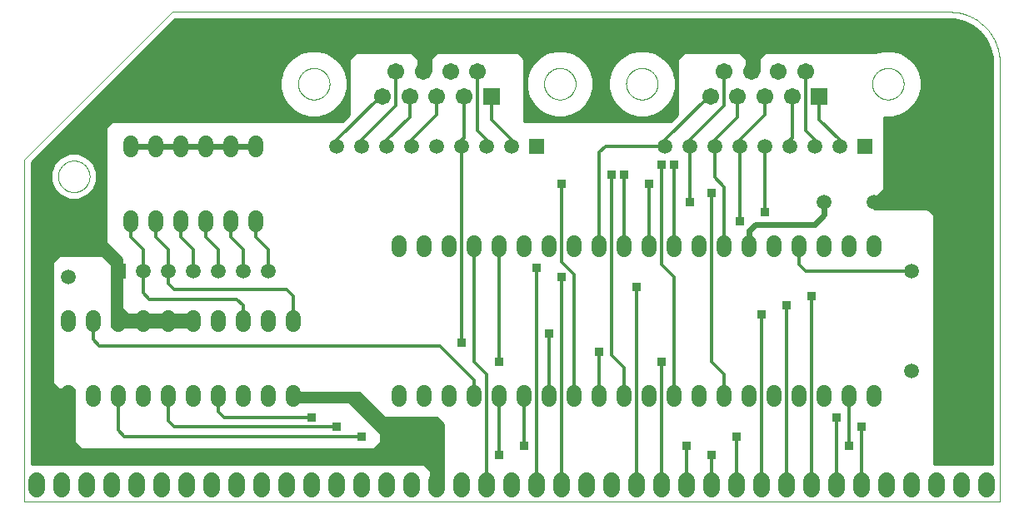
<source format=gbl>
G75*
%MOIN*%
%OFA0B0*%
%FSLAX25Y25*%
%IPPOS*%
%LPD*%
%AMOC8*
5,1,8,0,0,1.08239X$1,22.5*
%
%ADD10C,0.00000*%
%ADD11C,0.06732*%
%ADD12C,0.05984*%
%ADD13R,0.05984X0.05984*%
%ADD14C,0.05984*%
%ADD15R,0.06732X0.06732*%
%ADD16C,0.06732*%
%ADD17C,0.01000*%
%ADD18C,0.02400*%
%ADD19C,0.01400*%
%ADD20R,0.03369X0.03369*%
D10*
X0001500Y0001000D02*
X0001500Y0138201D01*
X0060598Y0197299D01*
X0371602Y0197299D01*
X0372087Y0197293D01*
X0372572Y0197276D01*
X0373056Y0197246D01*
X0373540Y0197205D01*
X0374022Y0197153D01*
X0374503Y0197088D01*
X0374982Y0197012D01*
X0375460Y0196925D01*
X0375935Y0196826D01*
X0376407Y0196716D01*
X0376877Y0196594D01*
X0377344Y0196461D01*
X0377807Y0196316D01*
X0378266Y0196161D01*
X0378722Y0195994D01*
X0379174Y0195817D01*
X0379621Y0195628D01*
X0380063Y0195429D01*
X0380501Y0195219D01*
X0380933Y0194999D01*
X0381360Y0194768D01*
X0381781Y0194527D01*
X0382196Y0194276D01*
X0382606Y0194015D01*
X0383008Y0193745D01*
X0383404Y0193464D01*
X0383793Y0193174D01*
X0384175Y0192875D01*
X0384550Y0192567D01*
X0384917Y0192249D01*
X0385276Y0191923D01*
X0385627Y0191589D01*
X0385971Y0191245D01*
X0386305Y0190894D01*
X0386631Y0190535D01*
X0386949Y0190168D01*
X0387257Y0189793D01*
X0387556Y0189411D01*
X0387846Y0189022D01*
X0388127Y0188626D01*
X0388397Y0188224D01*
X0388658Y0187814D01*
X0388909Y0187399D01*
X0389150Y0186978D01*
X0389381Y0186551D01*
X0389601Y0186119D01*
X0389811Y0185681D01*
X0390010Y0185239D01*
X0390199Y0184792D01*
X0390376Y0184340D01*
X0390543Y0183884D01*
X0390698Y0183425D01*
X0390843Y0182962D01*
X0390976Y0182495D01*
X0391098Y0182025D01*
X0391208Y0181553D01*
X0391307Y0181078D01*
X0391394Y0180600D01*
X0391470Y0180121D01*
X0391535Y0179640D01*
X0391587Y0179158D01*
X0391628Y0178674D01*
X0391658Y0178190D01*
X0391675Y0177705D01*
X0391681Y0177220D01*
X0391681Y0001000D01*
X0001500Y0001000D01*
X0015000Y0131402D02*
X0015002Y0131560D01*
X0015008Y0131718D01*
X0015018Y0131876D01*
X0015032Y0132034D01*
X0015050Y0132191D01*
X0015071Y0132348D01*
X0015097Y0132504D01*
X0015127Y0132660D01*
X0015160Y0132815D01*
X0015198Y0132968D01*
X0015239Y0133121D01*
X0015284Y0133273D01*
X0015333Y0133424D01*
X0015386Y0133573D01*
X0015442Y0133721D01*
X0015502Y0133867D01*
X0015566Y0134012D01*
X0015634Y0134155D01*
X0015705Y0134297D01*
X0015779Y0134437D01*
X0015857Y0134574D01*
X0015939Y0134710D01*
X0016023Y0134844D01*
X0016112Y0134975D01*
X0016203Y0135104D01*
X0016298Y0135231D01*
X0016395Y0135356D01*
X0016496Y0135478D01*
X0016600Y0135597D01*
X0016707Y0135714D01*
X0016817Y0135828D01*
X0016930Y0135939D01*
X0017045Y0136048D01*
X0017163Y0136153D01*
X0017284Y0136255D01*
X0017407Y0136355D01*
X0017533Y0136451D01*
X0017661Y0136544D01*
X0017791Y0136634D01*
X0017924Y0136720D01*
X0018059Y0136804D01*
X0018195Y0136883D01*
X0018334Y0136960D01*
X0018475Y0137032D01*
X0018617Y0137102D01*
X0018761Y0137167D01*
X0018907Y0137229D01*
X0019054Y0137287D01*
X0019203Y0137342D01*
X0019353Y0137393D01*
X0019504Y0137440D01*
X0019656Y0137483D01*
X0019809Y0137522D01*
X0019964Y0137558D01*
X0020119Y0137589D01*
X0020275Y0137617D01*
X0020431Y0137641D01*
X0020588Y0137661D01*
X0020746Y0137677D01*
X0020903Y0137689D01*
X0021062Y0137697D01*
X0021220Y0137701D01*
X0021378Y0137701D01*
X0021536Y0137697D01*
X0021695Y0137689D01*
X0021852Y0137677D01*
X0022010Y0137661D01*
X0022167Y0137641D01*
X0022323Y0137617D01*
X0022479Y0137589D01*
X0022634Y0137558D01*
X0022789Y0137522D01*
X0022942Y0137483D01*
X0023094Y0137440D01*
X0023245Y0137393D01*
X0023395Y0137342D01*
X0023544Y0137287D01*
X0023691Y0137229D01*
X0023837Y0137167D01*
X0023981Y0137102D01*
X0024123Y0137032D01*
X0024264Y0136960D01*
X0024403Y0136883D01*
X0024539Y0136804D01*
X0024674Y0136720D01*
X0024807Y0136634D01*
X0024937Y0136544D01*
X0025065Y0136451D01*
X0025191Y0136355D01*
X0025314Y0136255D01*
X0025435Y0136153D01*
X0025553Y0136048D01*
X0025668Y0135939D01*
X0025781Y0135828D01*
X0025891Y0135714D01*
X0025998Y0135597D01*
X0026102Y0135478D01*
X0026203Y0135356D01*
X0026300Y0135231D01*
X0026395Y0135104D01*
X0026486Y0134975D01*
X0026575Y0134844D01*
X0026659Y0134710D01*
X0026741Y0134574D01*
X0026819Y0134437D01*
X0026893Y0134297D01*
X0026964Y0134155D01*
X0027032Y0134012D01*
X0027096Y0133867D01*
X0027156Y0133721D01*
X0027212Y0133573D01*
X0027265Y0133424D01*
X0027314Y0133273D01*
X0027359Y0133121D01*
X0027400Y0132968D01*
X0027438Y0132815D01*
X0027471Y0132660D01*
X0027501Y0132504D01*
X0027527Y0132348D01*
X0027548Y0132191D01*
X0027566Y0132034D01*
X0027580Y0131876D01*
X0027590Y0131718D01*
X0027596Y0131560D01*
X0027598Y0131402D01*
X0027596Y0131244D01*
X0027590Y0131086D01*
X0027580Y0130928D01*
X0027566Y0130770D01*
X0027548Y0130613D01*
X0027527Y0130456D01*
X0027501Y0130300D01*
X0027471Y0130144D01*
X0027438Y0129989D01*
X0027400Y0129836D01*
X0027359Y0129683D01*
X0027314Y0129531D01*
X0027265Y0129380D01*
X0027212Y0129231D01*
X0027156Y0129083D01*
X0027096Y0128937D01*
X0027032Y0128792D01*
X0026964Y0128649D01*
X0026893Y0128507D01*
X0026819Y0128367D01*
X0026741Y0128230D01*
X0026659Y0128094D01*
X0026575Y0127960D01*
X0026486Y0127829D01*
X0026395Y0127700D01*
X0026300Y0127573D01*
X0026203Y0127448D01*
X0026102Y0127326D01*
X0025998Y0127207D01*
X0025891Y0127090D01*
X0025781Y0126976D01*
X0025668Y0126865D01*
X0025553Y0126756D01*
X0025435Y0126651D01*
X0025314Y0126549D01*
X0025191Y0126449D01*
X0025065Y0126353D01*
X0024937Y0126260D01*
X0024807Y0126170D01*
X0024674Y0126084D01*
X0024539Y0126000D01*
X0024403Y0125921D01*
X0024264Y0125844D01*
X0024123Y0125772D01*
X0023981Y0125702D01*
X0023837Y0125637D01*
X0023691Y0125575D01*
X0023544Y0125517D01*
X0023395Y0125462D01*
X0023245Y0125411D01*
X0023094Y0125364D01*
X0022942Y0125321D01*
X0022789Y0125282D01*
X0022634Y0125246D01*
X0022479Y0125215D01*
X0022323Y0125187D01*
X0022167Y0125163D01*
X0022010Y0125143D01*
X0021852Y0125127D01*
X0021695Y0125115D01*
X0021536Y0125107D01*
X0021378Y0125103D01*
X0021220Y0125103D01*
X0021062Y0125107D01*
X0020903Y0125115D01*
X0020746Y0125127D01*
X0020588Y0125143D01*
X0020431Y0125163D01*
X0020275Y0125187D01*
X0020119Y0125215D01*
X0019964Y0125246D01*
X0019809Y0125282D01*
X0019656Y0125321D01*
X0019504Y0125364D01*
X0019353Y0125411D01*
X0019203Y0125462D01*
X0019054Y0125517D01*
X0018907Y0125575D01*
X0018761Y0125637D01*
X0018617Y0125702D01*
X0018475Y0125772D01*
X0018334Y0125844D01*
X0018195Y0125921D01*
X0018059Y0126000D01*
X0017924Y0126084D01*
X0017791Y0126170D01*
X0017661Y0126260D01*
X0017533Y0126353D01*
X0017407Y0126449D01*
X0017284Y0126549D01*
X0017163Y0126651D01*
X0017045Y0126756D01*
X0016930Y0126865D01*
X0016817Y0126976D01*
X0016707Y0127090D01*
X0016600Y0127207D01*
X0016496Y0127326D01*
X0016395Y0127448D01*
X0016298Y0127573D01*
X0016203Y0127700D01*
X0016112Y0127829D01*
X0016023Y0127960D01*
X0015939Y0128094D01*
X0015857Y0128230D01*
X0015779Y0128367D01*
X0015705Y0128507D01*
X0015634Y0128649D01*
X0015566Y0128792D01*
X0015502Y0128937D01*
X0015442Y0129083D01*
X0015386Y0129231D01*
X0015333Y0129380D01*
X0015284Y0129531D01*
X0015239Y0129683D01*
X0015198Y0129836D01*
X0015160Y0129989D01*
X0015127Y0130144D01*
X0015097Y0130300D01*
X0015071Y0130456D01*
X0015050Y0130613D01*
X0015032Y0130770D01*
X0015018Y0130928D01*
X0015008Y0131086D01*
X0015002Y0131244D01*
X0015000Y0131402D01*
X0110988Y0168500D02*
X0110990Y0168658D01*
X0110996Y0168816D01*
X0111006Y0168974D01*
X0111020Y0169132D01*
X0111038Y0169289D01*
X0111059Y0169446D01*
X0111085Y0169602D01*
X0111115Y0169758D01*
X0111148Y0169913D01*
X0111186Y0170066D01*
X0111227Y0170219D01*
X0111272Y0170371D01*
X0111321Y0170522D01*
X0111374Y0170671D01*
X0111430Y0170819D01*
X0111490Y0170965D01*
X0111554Y0171110D01*
X0111622Y0171253D01*
X0111693Y0171395D01*
X0111767Y0171535D01*
X0111845Y0171672D01*
X0111927Y0171808D01*
X0112011Y0171942D01*
X0112100Y0172073D01*
X0112191Y0172202D01*
X0112286Y0172329D01*
X0112383Y0172454D01*
X0112484Y0172576D01*
X0112588Y0172695D01*
X0112695Y0172812D01*
X0112805Y0172926D01*
X0112918Y0173037D01*
X0113033Y0173146D01*
X0113151Y0173251D01*
X0113272Y0173353D01*
X0113395Y0173453D01*
X0113521Y0173549D01*
X0113649Y0173642D01*
X0113779Y0173732D01*
X0113912Y0173818D01*
X0114047Y0173902D01*
X0114183Y0173981D01*
X0114322Y0174058D01*
X0114463Y0174130D01*
X0114605Y0174200D01*
X0114749Y0174265D01*
X0114895Y0174327D01*
X0115042Y0174385D01*
X0115191Y0174440D01*
X0115341Y0174491D01*
X0115492Y0174538D01*
X0115644Y0174581D01*
X0115797Y0174620D01*
X0115952Y0174656D01*
X0116107Y0174687D01*
X0116263Y0174715D01*
X0116419Y0174739D01*
X0116576Y0174759D01*
X0116734Y0174775D01*
X0116891Y0174787D01*
X0117050Y0174795D01*
X0117208Y0174799D01*
X0117366Y0174799D01*
X0117524Y0174795D01*
X0117683Y0174787D01*
X0117840Y0174775D01*
X0117998Y0174759D01*
X0118155Y0174739D01*
X0118311Y0174715D01*
X0118467Y0174687D01*
X0118622Y0174656D01*
X0118777Y0174620D01*
X0118930Y0174581D01*
X0119082Y0174538D01*
X0119233Y0174491D01*
X0119383Y0174440D01*
X0119532Y0174385D01*
X0119679Y0174327D01*
X0119825Y0174265D01*
X0119969Y0174200D01*
X0120111Y0174130D01*
X0120252Y0174058D01*
X0120391Y0173981D01*
X0120527Y0173902D01*
X0120662Y0173818D01*
X0120795Y0173732D01*
X0120925Y0173642D01*
X0121053Y0173549D01*
X0121179Y0173453D01*
X0121302Y0173353D01*
X0121423Y0173251D01*
X0121541Y0173146D01*
X0121656Y0173037D01*
X0121769Y0172926D01*
X0121879Y0172812D01*
X0121986Y0172695D01*
X0122090Y0172576D01*
X0122191Y0172454D01*
X0122288Y0172329D01*
X0122383Y0172202D01*
X0122474Y0172073D01*
X0122563Y0171942D01*
X0122647Y0171808D01*
X0122729Y0171672D01*
X0122807Y0171535D01*
X0122881Y0171395D01*
X0122952Y0171253D01*
X0123020Y0171110D01*
X0123084Y0170965D01*
X0123144Y0170819D01*
X0123200Y0170671D01*
X0123253Y0170522D01*
X0123302Y0170371D01*
X0123347Y0170219D01*
X0123388Y0170066D01*
X0123426Y0169913D01*
X0123459Y0169758D01*
X0123489Y0169602D01*
X0123515Y0169446D01*
X0123536Y0169289D01*
X0123554Y0169132D01*
X0123568Y0168974D01*
X0123578Y0168816D01*
X0123584Y0168658D01*
X0123586Y0168500D01*
X0123584Y0168342D01*
X0123578Y0168184D01*
X0123568Y0168026D01*
X0123554Y0167868D01*
X0123536Y0167711D01*
X0123515Y0167554D01*
X0123489Y0167398D01*
X0123459Y0167242D01*
X0123426Y0167087D01*
X0123388Y0166934D01*
X0123347Y0166781D01*
X0123302Y0166629D01*
X0123253Y0166478D01*
X0123200Y0166329D01*
X0123144Y0166181D01*
X0123084Y0166035D01*
X0123020Y0165890D01*
X0122952Y0165747D01*
X0122881Y0165605D01*
X0122807Y0165465D01*
X0122729Y0165328D01*
X0122647Y0165192D01*
X0122563Y0165058D01*
X0122474Y0164927D01*
X0122383Y0164798D01*
X0122288Y0164671D01*
X0122191Y0164546D01*
X0122090Y0164424D01*
X0121986Y0164305D01*
X0121879Y0164188D01*
X0121769Y0164074D01*
X0121656Y0163963D01*
X0121541Y0163854D01*
X0121423Y0163749D01*
X0121302Y0163647D01*
X0121179Y0163547D01*
X0121053Y0163451D01*
X0120925Y0163358D01*
X0120795Y0163268D01*
X0120662Y0163182D01*
X0120527Y0163098D01*
X0120391Y0163019D01*
X0120252Y0162942D01*
X0120111Y0162870D01*
X0119969Y0162800D01*
X0119825Y0162735D01*
X0119679Y0162673D01*
X0119532Y0162615D01*
X0119383Y0162560D01*
X0119233Y0162509D01*
X0119082Y0162462D01*
X0118930Y0162419D01*
X0118777Y0162380D01*
X0118622Y0162344D01*
X0118467Y0162313D01*
X0118311Y0162285D01*
X0118155Y0162261D01*
X0117998Y0162241D01*
X0117840Y0162225D01*
X0117683Y0162213D01*
X0117524Y0162205D01*
X0117366Y0162201D01*
X0117208Y0162201D01*
X0117050Y0162205D01*
X0116891Y0162213D01*
X0116734Y0162225D01*
X0116576Y0162241D01*
X0116419Y0162261D01*
X0116263Y0162285D01*
X0116107Y0162313D01*
X0115952Y0162344D01*
X0115797Y0162380D01*
X0115644Y0162419D01*
X0115492Y0162462D01*
X0115341Y0162509D01*
X0115191Y0162560D01*
X0115042Y0162615D01*
X0114895Y0162673D01*
X0114749Y0162735D01*
X0114605Y0162800D01*
X0114463Y0162870D01*
X0114322Y0162942D01*
X0114183Y0163019D01*
X0114047Y0163098D01*
X0113912Y0163182D01*
X0113779Y0163268D01*
X0113649Y0163358D01*
X0113521Y0163451D01*
X0113395Y0163547D01*
X0113272Y0163647D01*
X0113151Y0163749D01*
X0113033Y0163854D01*
X0112918Y0163963D01*
X0112805Y0164074D01*
X0112695Y0164188D01*
X0112588Y0164305D01*
X0112484Y0164424D01*
X0112383Y0164546D01*
X0112286Y0164671D01*
X0112191Y0164798D01*
X0112100Y0164927D01*
X0112011Y0165058D01*
X0111927Y0165192D01*
X0111845Y0165328D01*
X0111767Y0165465D01*
X0111693Y0165605D01*
X0111622Y0165747D01*
X0111554Y0165890D01*
X0111490Y0166035D01*
X0111430Y0166181D01*
X0111374Y0166329D01*
X0111321Y0166478D01*
X0111272Y0166629D01*
X0111227Y0166781D01*
X0111186Y0166934D01*
X0111148Y0167087D01*
X0111115Y0167242D01*
X0111085Y0167398D01*
X0111059Y0167554D01*
X0111038Y0167711D01*
X0111020Y0167868D01*
X0111006Y0168026D01*
X0110996Y0168184D01*
X0110990Y0168342D01*
X0110988Y0168500D01*
X0209414Y0168500D02*
X0209416Y0168658D01*
X0209422Y0168816D01*
X0209432Y0168974D01*
X0209446Y0169132D01*
X0209464Y0169289D01*
X0209485Y0169446D01*
X0209511Y0169602D01*
X0209541Y0169758D01*
X0209574Y0169913D01*
X0209612Y0170066D01*
X0209653Y0170219D01*
X0209698Y0170371D01*
X0209747Y0170522D01*
X0209800Y0170671D01*
X0209856Y0170819D01*
X0209916Y0170965D01*
X0209980Y0171110D01*
X0210048Y0171253D01*
X0210119Y0171395D01*
X0210193Y0171535D01*
X0210271Y0171672D01*
X0210353Y0171808D01*
X0210437Y0171942D01*
X0210526Y0172073D01*
X0210617Y0172202D01*
X0210712Y0172329D01*
X0210809Y0172454D01*
X0210910Y0172576D01*
X0211014Y0172695D01*
X0211121Y0172812D01*
X0211231Y0172926D01*
X0211344Y0173037D01*
X0211459Y0173146D01*
X0211577Y0173251D01*
X0211698Y0173353D01*
X0211821Y0173453D01*
X0211947Y0173549D01*
X0212075Y0173642D01*
X0212205Y0173732D01*
X0212338Y0173818D01*
X0212473Y0173902D01*
X0212609Y0173981D01*
X0212748Y0174058D01*
X0212889Y0174130D01*
X0213031Y0174200D01*
X0213175Y0174265D01*
X0213321Y0174327D01*
X0213468Y0174385D01*
X0213617Y0174440D01*
X0213767Y0174491D01*
X0213918Y0174538D01*
X0214070Y0174581D01*
X0214223Y0174620D01*
X0214378Y0174656D01*
X0214533Y0174687D01*
X0214689Y0174715D01*
X0214845Y0174739D01*
X0215002Y0174759D01*
X0215160Y0174775D01*
X0215317Y0174787D01*
X0215476Y0174795D01*
X0215634Y0174799D01*
X0215792Y0174799D01*
X0215950Y0174795D01*
X0216109Y0174787D01*
X0216266Y0174775D01*
X0216424Y0174759D01*
X0216581Y0174739D01*
X0216737Y0174715D01*
X0216893Y0174687D01*
X0217048Y0174656D01*
X0217203Y0174620D01*
X0217356Y0174581D01*
X0217508Y0174538D01*
X0217659Y0174491D01*
X0217809Y0174440D01*
X0217958Y0174385D01*
X0218105Y0174327D01*
X0218251Y0174265D01*
X0218395Y0174200D01*
X0218537Y0174130D01*
X0218678Y0174058D01*
X0218817Y0173981D01*
X0218953Y0173902D01*
X0219088Y0173818D01*
X0219221Y0173732D01*
X0219351Y0173642D01*
X0219479Y0173549D01*
X0219605Y0173453D01*
X0219728Y0173353D01*
X0219849Y0173251D01*
X0219967Y0173146D01*
X0220082Y0173037D01*
X0220195Y0172926D01*
X0220305Y0172812D01*
X0220412Y0172695D01*
X0220516Y0172576D01*
X0220617Y0172454D01*
X0220714Y0172329D01*
X0220809Y0172202D01*
X0220900Y0172073D01*
X0220989Y0171942D01*
X0221073Y0171808D01*
X0221155Y0171672D01*
X0221233Y0171535D01*
X0221307Y0171395D01*
X0221378Y0171253D01*
X0221446Y0171110D01*
X0221510Y0170965D01*
X0221570Y0170819D01*
X0221626Y0170671D01*
X0221679Y0170522D01*
X0221728Y0170371D01*
X0221773Y0170219D01*
X0221814Y0170066D01*
X0221852Y0169913D01*
X0221885Y0169758D01*
X0221915Y0169602D01*
X0221941Y0169446D01*
X0221962Y0169289D01*
X0221980Y0169132D01*
X0221994Y0168974D01*
X0222004Y0168816D01*
X0222010Y0168658D01*
X0222012Y0168500D01*
X0222010Y0168342D01*
X0222004Y0168184D01*
X0221994Y0168026D01*
X0221980Y0167868D01*
X0221962Y0167711D01*
X0221941Y0167554D01*
X0221915Y0167398D01*
X0221885Y0167242D01*
X0221852Y0167087D01*
X0221814Y0166934D01*
X0221773Y0166781D01*
X0221728Y0166629D01*
X0221679Y0166478D01*
X0221626Y0166329D01*
X0221570Y0166181D01*
X0221510Y0166035D01*
X0221446Y0165890D01*
X0221378Y0165747D01*
X0221307Y0165605D01*
X0221233Y0165465D01*
X0221155Y0165328D01*
X0221073Y0165192D01*
X0220989Y0165058D01*
X0220900Y0164927D01*
X0220809Y0164798D01*
X0220714Y0164671D01*
X0220617Y0164546D01*
X0220516Y0164424D01*
X0220412Y0164305D01*
X0220305Y0164188D01*
X0220195Y0164074D01*
X0220082Y0163963D01*
X0219967Y0163854D01*
X0219849Y0163749D01*
X0219728Y0163647D01*
X0219605Y0163547D01*
X0219479Y0163451D01*
X0219351Y0163358D01*
X0219221Y0163268D01*
X0219088Y0163182D01*
X0218953Y0163098D01*
X0218817Y0163019D01*
X0218678Y0162942D01*
X0218537Y0162870D01*
X0218395Y0162800D01*
X0218251Y0162735D01*
X0218105Y0162673D01*
X0217958Y0162615D01*
X0217809Y0162560D01*
X0217659Y0162509D01*
X0217508Y0162462D01*
X0217356Y0162419D01*
X0217203Y0162380D01*
X0217048Y0162344D01*
X0216893Y0162313D01*
X0216737Y0162285D01*
X0216581Y0162261D01*
X0216424Y0162241D01*
X0216266Y0162225D01*
X0216109Y0162213D01*
X0215950Y0162205D01*
X0215792Y0162201D01*
X0215634Y0162201D01*
X0215476Y0162205D01*
X0215317Y0162213D01*
X0215160Y0162225D01*
X0215002Y0162241D01*
X0214845Y0162261D01*
X0214689Y0162285D01*
X0214533Y0162313D01*
X0214378Y0162344D01*
X0214223Y0162380D01*
X0214070Y0162419D01*
X0213918Y0162462D01*
X0213767Y0162509D01*
X0213617Y0162560D01*
X0213468Y0162615D01*
X0213321Y0162673D01*
X0213175Y0162735D01*
X0213031Y0162800D01*
X0212889Y0162870D01*
X0212748Y0162942D01*
X0212609Y0163019D01*
X0212473Y0163098D01*
X0212338Y0163182D01*
X0212205Y0163268D01*
X0212075Y0163358D01*
X0211947Y0163451D01*
X0211821Y0163547D01*
X0211698Y0163647D01*
X0211577Y0163749D01*
X0211459Y0163854D01*
X0211344Y0163963D01*
X0211231Y0164074D01*
X0211121Y0164188D01*
X0211014Y0164305D01*
X0210910Y0164424D01*
X0210809Y0164546D01*
X0210712Y0164671D01*
X0210617Y0164798D01*
X0210526Y0164927D01*
X0210437Y0165058D01*
X0210353Y0165192D01*
X0210271Y0165328D01*
X0210193Y0165465D01*
X0210119Y0165605D01*
X0210048Y0165747D01*
X0209980Y0165890D01*
X0209916Y0166035D01*
X0209856Y0166181D01*
X0209800Y0166329D01*
X0209747Y0166478D01*
X0209698Y0166629D01*
X0209653Y0166781D01*
X0209612Y0166934D01*
X0209574Y0167087D01*
X0209541Y0167242D01*
X0209511Y0167398D01*
X0209485Y0167554D01*
X0209464Y0167711D01*
X0209446Y0167868D01*
X0209432Y0168026D01*
X0209422Y0168184D01*
X0209416Y0168342D01*
X0209414Y0168500D01*
X0242238Y0168500D02*
X0242240Y0168658D01*
X0242246Y0168816D01*
X0242256Y0168974D01*
X0242270Y0169132D01*
X0242288Y0169289D01*
X0242309Y0169446D01*
X0242335Y0169602D01*
X0242365Y0169758D01*
X0242398Y0169913D01*
X0242436Y0170066D01*
X0242477Y0170219D01*
X0242522Y0170371D01*
X0242571Y0170522D01*
X0242624Y0170671D01*
X0242680Y0170819D01*
X0242740Y0170965D01*
X0242804Y0171110D01*
X0242872Y0171253D01*
X0242943Y0171395D01*
X0243017Y0171535D01*
X0243095Y0171672D01*
X0243177Y0171808D01*
X0243261Y0171942D01*
X0243350Y0172073D01*
X0243441Y0172202D01*
X0243536Y0172329D01*
X0243633Y0172454D01*
X0243734Y0172576D01*
X0243838Y0172695D01*
X0243945Y0172812D01*
X0244055Y0172926D01*
X0244168Y0173037D01*
X0244283Y0173146D01*
X0244401Y0173251D01*
X0244522Y0173353D01*
X0244645Y0173453D01*
X0244771Y0173549D01*
X0244899Y0173642D01*
X0245029Y0173732D01*
X0245162Y0173818D01*
X0245297Y0173902D01*
X0245433Y0173981D01*
X0245572Y0174058D01*
X0245713Y0174130D01*
X0245855Y0174200D01*
X0245999Y0174265D01*
X0246145Y0174327D01*
X0246292Y0174385D01*
X0246441Y0174440D01*
X0246591Y0174491D01*
X0246742Y0174538D01*
X0246894Y0174581D01*
X0247047Y0174620D01*
X0247202Y0174656D01*
X0247357Y0174687D01*
X0247513Y0174715D01*
X0247669Y0174739D01*
X0247826Y0174759D01*
X0247984Y0174775D01*
X0248141Y0174787D01*
X0248300Y0174795D01*
X0248458Y0174799D01*
X0248616Y0174799D01*
X0248774Y0174795D01*
X0248933Y0174787D01*
X0249090Y0174775D01*
X0249248Y0174759D01*
X0249405Y0174739D01*
X0249561Y0174715D01*
X0249717Y0174687D01*
X0249872Y0174656D01*
X0250027Y0174620D01*
X0250180Y0174581D01*
X0250332Y0174538D01*
X0250483Y0174491D01*
X0250633Y0174440D01*
X0250782Y0174385D01*
X0250929Y0174327D01*
X0251075Y0174265D01*
X0251219Y0174200D01*
X0251361Y0174130D01*
X0251502Y0174058D01*
X0251641Y0173981D01*
X0251777Y0173902D01*
X0251912Y0173818D01*
X0252045Y0173732D01*
X0252175Y0173642D01*
X0252303Y0173549D01*
X0252429Y0173453D01*
X0252552Y0173353D01*
X0252673Y0173251D01*
X0252791Y0173146D01*
X0252906Y0173037D01*
X0253019Y0172926D01*
X0253129Y0172812D01*
X0253236Y0172695D01*
X0253340Y0172576D01*
X0253441Y0172454D01*
X0253538Y0172329D01*
X0253633Y0172202D01*
X0253724Y0172073D01*
X0253813Y0171942D01*
X0253897Y0171808D01*
X0253979Y0171672D01*
X0254057Y0171535D01*
X0254131Y0171395D01*
X0254202Y0171253D01*
X0254270Y0171110D01*
X0254334Y0170965D01*
X0254394Y0170819D01*
X0254450Y0170671D01*
X0254503Y0170522D01*
X0254552Y0170371D01*
X0254597Y0170219D01*
X0254638Y0170066D01*
X0254676Y0169913D01*
X0254709Y0169758D01*
X0254739Y0169602D01*
X0254765Y0169446D01*
X0254786Y0169289D01*
X0254804Y0169132D01*
X0254818Y0168974D01*
X0254828Y0168816D01*
X0254834Y0168658D01*
X0254836Y0168500D01*
X0254834Y0168342D01*
X0254828Y0168184D01*
X0254818Y0168026D01*
X0254804Y0167868D01*
X0254786Y0167711D01*
X0254765Y0167554D01*
X0254739Y0167398D01*
X0254709Y0167242D01*
X0254676Y0167087D01*
X0254638Y0166934D01*
X0254597Y0166781D01*
X0254552Y0166629D01*
X0254503Y0166478D01*
X0254450Y0166329D01*
X0254394Y0166181D01*
X0254334Y0166035D01*
X0254270Y0165890D01*
X0254202Y0165747D01*
X0254131Y0165605D01*
X0254057Y0165465D01*
X0253979Y0165328D01*
X0253897Y0165192D01*
X0253813Y0165058D01*
X0253724Y0164927D01*
X0253633Y0164798D01*
X0253538Y0164671D01*
X0253441Y0164546D01*
X0253340Y0164424D01*
X0253236Y0164305D01*
X0253129Y0164188D01*
X0253019Y0164074D01*
X0252906Y0163963D01*
X0252791Y0163854D01*
X0252673Y0163749D01*
X0252552Y0163647D01*
X0252429Y0163547D01*
X0252303Y0163451D01*
X0252175Y0163358D01*
X0252045Y0163268D01*
X0251912Y0163182D01*
X0251777Y0163098D01*
X0251641Y0163019D01*
X0251502Y0162942D01*
X0251361Y0162870D01*
X0251219Y0162800D01*
X0251075Y0162735D01*
X0250929Y0162673D01*
X0250782Y0162615D01*
X0250633Y0162560D01*
X0250483Y0162509D01*
X0250332Y0162462D01*
X0250180Y0162419D01*
X0250027Y0162380D01*
X0249872Y0162344D01*
X0249717Y0162313D01*
X0249561Y0162285D01*
X0249405Y0162261D01*
X0249248Y0162241D01*
X0249090Y0162225D01*
X0248933Y0162213D01*
X0248774Y0162205D01*
X0248616Y0162201D01*
X0248458Y0162201D01*
X0248300Y0162205D01*
X0248141Y0162213D01*
X0247984Y0162225D01*
X0247826Y0162241D01*
X0247669Y0162261D01*
X0247513Y0162285D01*
X0247357Y0162313D01*
X0247202Y0162344D01*
X0247047Y0162380D01*
X0246894Y0162419D01*
X0246742Y0162462D01*
X0246591Y0162509D01*
X0246441Y0162560D01*
X0246292Y0162615D01*
X0246145Y0162673D01*
X0245999Y0162735D01*
X0245855Y0162800D01*
X0245713Y0162870D01*
X0245572Y0162942D01*
X0245433Y0163019D01*
X0245297Y0163098D01*
X0245162Y0163182D01*
X0245029Y0163268D01*
X0244899Y0163358D01*
X0244771Y0163451D01*
X0244645Y0163547D01*
X0244522Y0163647D01*
X0244401Y0163749D01*
X0244283Y0163854D01*
X0244168Y0163963D01*
X0244055Y0164074D01*
X0243945Y0164188D01*
X0243838Y0164305D01*
X0243734Y0164424D01*
X0243633Y0164546D01*
X0243536Y0164671D01*
X0243441Y0164798D01*
X0243350Y0164927D01*
X0243261Y0165058D01*
X0243177Y0165192D01*
X0243095Y0165328D01*
X0243017Y0165465D01*
X0242943Y0165605D01*
X0242872Y0165747D01*
X0242804Y0165890D01*
X0242740Y0166035D01*
X0242680Y0166181D01*
X0242624Y0166329D01*
X0242571Y0166478D01*
X0242522Y0166629D01*
X0242477Y0166781D01*
X0242436Y0166934D01*
X0242398Y0167087D01*
X0242365Y0167242D01*
X0242335Y0167398D01*
X0242309Y0167554D01*
X0242288Y0167711D01*
X0242270Y0167868D01*
X0242256Y0168026D01*
X0242246Y0168184D01*
X0242240Y0168342D01*
X0242238Y0168500D01*
X0340664Y0168500D02*
X0340666Y0168658D01*
X0340672Y0168816D01*
X0340682Y0168974D01*
X0340696Y0169132D01*
X0340714Y0169289D01*
X0340735Y0169446D01*
X0340761Y0169602D01*
X0340791Y0169758D01*
X0340824Y0169913D01*
X0340862Y0170066D01*
X0340903Y0170219D01*
X0340948Y0170371D01*
X0340997Y0170522D01*
X0341050Y0170671D01*
X0341106Y0170819D01*
X0341166Y0170965D01*
X0341230Y0171110D01*
X0341298Y0171253D01*
X0341369Y0171395D01*
X0341443Y0171535D01*
X0341521Y0171672D01*
X0341603Y0171808D01*
X0341687Y0171942D01*
X0341776Y0172073D01*
X0341867Y0172202D01*
X0341962Y0172329D01*
X0342059Y0172454D01*
X0342160Y0172576D01*
X0342264Y0172695D01*
X0342371Y0172812D01*
X0342481Y0172926D01*
X0342594Y0173037D01*
X0342709Y0173146D01*
X0342827Y0173251D01*
X0342948Y0173353D01*
X0343071Y0173453D01*
X0343197Y0173549D01*
X0343325Y0173642D01*
X0343455Y0173732D01*
X0343588Y0173818D01*
X0343723Y0173902D01*
X0343859Y0173981D01*
X0343998Y0174058D01*
X0344139Y0174130D01*
X0344281Y0174200D01*
X0344425Y0174265D01*
X0344571Y0174327D01*
X0344718Y0174385D01*
X0344867Y0174440D01*
X0345017Y0174491D01*
X0345168Y0174538D01*
X0345320Y0174581D01*
X0345473Y0174620D01*
X0345628Y0174656D01*
X0345783Y0174687D01*
X0345939Y0174715D01*
X0346095Y0174739D01*
X0346252Y0174759D01*
X0346410Y0174775D01*
X0346567Y0174787D01*
X0346726Y0174795D01*
X0346884Y0174799D01*
X0347042Y0174799D01*
X0347200Y0174795D01*
X0347359Y0174787D01*
X0347516Y0174775D01*
X0347674Y0174759D01*
X0347831Y0174739D01*
X0347987Y0174715D01*
X0348143Y0174687D01*
X0348298Y0174656D01*
X0348453Y0174620D01*
X0348606Y0174581D01*
X0348758Y0174538D01*
X0348909Y0174491D01*
X0349059Y0174440D01*
X0349208Y0174385D01*
X0349355Y0174327D01*
X0349501Y0174265D01*
X0349645Y0174200D01*
X0349787Y0174130D01*
X0349928Y0174058D01*
X0350067Y0173981D01*
X0350203Y0173902D01*
X0350338Y0173818D01*
X0350471Y0173732D01*
X0350601Y0173642D01*
X0350729Y0173549D01*
X0350855Y0173453D01*
X0350978Y0173353D01*
X0351099Y0173251D01*
X0351217Y0173146D01*
X0351332Y0173037D01*
X0351445Y0172926D01*
X0351555Y0172812D01*
X0351662Y0172695D01*
X0351766Y0172576D01*
X0351867Y0172454D01*
X0351964Y0172329D01*
X0352059Y0172202D01*
X0352150Y0172073D01*
X0352239Y0171942D01*
X0352323Y0171808D01*
X0352405Y0171672D01*
X0352483Y0171535D01*
X0352557Y0171395D01*
X0352628Y0171253D01*
X0352696Y0171110D01*
X0352760Y0170965D01*
X0352820Y0170819D01*
X0352876Y0170671D01*
X0352929Y0170522D01*
X0352978Y0170371D01*
X0353023Y0170219D01*
X0353064Y0170066D01*
X0353102Y0169913D01*
X0353135Y0169758D01*
X0353165Y0169602D01*
X0353191Y0169446D01*
X0353212Y0169289D01*
X0353230Y0169132D01*
X0353244Y0168974D01*
X0353254Y0168816D01*
X0353260Y0168658D01*
X0353262Y0168500D01*
X0353260Y0168342D01*
X0353254Y0168184D01*
X0353244Y0168026D01*
X0353230Y0167868D01*
X0353212Y0167711D01*
X0353191Y0167554D01*
X0353165Y0167398D01*
X0353135Y0167242D01*
X0353102Y0167087D01*
X0353064Y0166934D01*
X0353023Y0166781D01*
X0352978Y0166629D01*
X0352929Y0166478D01*
X0352876Y0166329D01*
X0352820Y0166181D01*
X0352760Y0166035D01*
X0352696Y0165890D01*
X0352628Y0165747D01*
X0352557Y0165605D01*
X0352483Y0165465D01*
X0352405Y0165328D01*
X0352323Y0165192D01*
X0352239Y0165058D01*
X0352150Y0164927D01*
X0352059Y0164798D01*
X0351964Y0164671D01*
X0351867Y0164546D01*
X0351766Y0164424D01*
X0351662Y0164305D01*
X0351555Y0164188D01*
X0351445Y0164074D01*
X0351332Y0163963D01*
X0351217Y0163854D01*
X0351099Y0163749D01*
X0350978Y0163647D01*
X0350855Y0163547D01*
X0350729Y0163451D01*
X0350601Y0163358D01*
X0350471Y0163268D01*
X0350338Y0163182D01*
X0350203Y0163098D01*
X0350067Y0163019D01*
X0349928Y0162942D01*
X0349787Y0162870D01*
X0349645Y0162800D01*
X0349501Y0162735D01*
X0349355Y0162673D01*
X0349208Y0162615D01*
X0349059Y0162560D01*
X0348909Y0162509D01*
X0348758Y0162462D01*
X0348606Y0162419D01*
X0348453Y0162380D01*
X0348298Y0162344D01*
X0348143Y0162313D01*
X0347987Y0162285D01*
X0347831Y0162261D01*
X0347674Y0162241D01*
X0347516Y0162225D01*
X0347359Y0162213D01*
X0347200Y0162205D01*
X0347042Y0162201D01*
X0346884Y0162201D01*
X0346726Y0162205D01*
X0346567Y0162213D01*
X0346410Y0162225D01*
X0346252Y0162241D01*
X0346095Y0162261D01*
X0345939Y0162285D01*
X0345783Y0162313D01*
X0345628Y0162344D01*
X0345473Y0162380D01*
X0345320Y0162419D01*
X0345168Y0162462D01*
X0345017Y0162509D01*
X0344867Y0162560D01*
X0344718Y0162615D01*
X0344571Y0162673D01*
X0344425Y0162735D01*
X0344281Y0162800D01*
X0344139Y0162870D01*
X0343998Y0162942D01*
X0343859Y0163019D01*
X0343723Y0163098D01*
X0343588Y0163182D01*
X0343455Y0163268D01*
X0343325Y0163358D01*
X0343197Y0163451D01*
X0343071Y0163547D01*
X0342948Y0163647D01*
X0342827Y0163749D01*
X0342709Y0163854D01*
X0342594Y0163963D01*
X0342481Y0164074D01*
X0342371Y0164188D01*
X0342264Y0164305D01*
X0342160Y0164424D01*
X0342059Y0164546D01*
X0341962Y0164671D01*
X0341867Y0164798D01*
X0341776Y0164927D01*
X0341687Y0165058D01*
X0341603Y0165192D01*
X0341521Y0165328D01*
X0341443Y0165465D01*
X0341369Y0165605D01*
X0341298Y0165747D01*
X0341230Y0165890D01*
X0341166Y0166035D01*
X0341106Y0166181D01*
X0341050Y0166329D01*
X0340997Y0166478D01*
X0340948Y0166629D01*
X0340903Y0166781D01*
X0340862Y0166934D01*
X0340824Y0167087D01*
X0340791Y0167242D01*
X0340761Y0167398D01*
X0340735Y0167554D01*
X0340714Y0167711D01*
X0340696Y0167868D01*
X0340682Y0168026D01*
X0340672Y0168184D01*
X0340666Y0168342D01*
X0340664Y0168500D01*
D11*
X0336500Y0009267D02*
X0336500Y0006237D01*
X0326500Y0006237D02*
X0326500Y0009267D01*
X0316500Y0009267D02*
X0316500Y0006237D01*
X0306500Y0006237D02*
X0306500Y0009267D01*
X0296500Y0009267D02*
X0296500Y0006237D01*
X0286500Y0006237D02*
X0286500Y0009267D01*
X0276500Y0009267D02*
X0276500Y0006237D01*
X0266500Y0006237D02*
X0266500Y0009267D01*
X0256500Y0009267D02*
X0256500Y0006237D01*
X0246500Y0006237D02*
X0246500Y0009267D01*
X0236500Y0009267D02*
X0236500Y0006237D01*
X0226500Y0006237D02*
X0226500Y0009267D01*
X0216500Y0009267D02*
X0216500Y0006237D01*
X0206500Y0006237D02*
X0206500Y0009267D01*
X0196500Y0009267D02*
X0196500Y0006237D01*
X0186500Y0006237D02*
X0186500Y0009267D01*
X0176500Y0009267D02*
X0176500Y0006237D01*
X0166500Y0006237D02*
X0166500Y0009267D01*
X0156500Y0009267D02*
X0156500Y0006237D01*
X0146500Y0006237D02*
X0146500Y0009267D01*
X0136500Y0009267D02*
X0136500Y0006237D01*
X0126500Y0006237D02*
X0126500Y0009267D01*
X0116500Y0009267D02*
X0116500Y0006237D01*
X0106500Y0006237D02*
X0106500Y0009267D01*
X0096500Y0009267D02*
X0096500Y0006237D01*
X0086500Y0006237D02*
X0086500Y0009267D01*
X0076500Y0009267D02*
X0076500Y0006237D01*
X0066500Y0006237D02*
X0066500Y0009267D01*
X0056500Y0009267D02*
X0056500Y0006237D01*
X0046500Y0006237D02*
X0046500Y0009267D01*
X0036500Y0009267D02*
X0036500Y0006237D01*
X0026500Y0006237D02*
X0026500Y0009267D01*
X0016500Y0009267D02*
X0016500Y0006237D01*
X0006500Y0006237D02*
X0006500Y0009267D01*
X0346500Y0009267D02*
X0346500Y0006237D01*
X0356500Y0006237D02*
X0356500Y0009267D01*
X0366500Y0009267D02*
X0366500Y0006237D01*
X0376500Y0006237D02*
X0376500Y0009267D01*
X0386500Y0009267D02*
X0386500Y0006237D01*
D12*
X0341500Y0042154D02*
X0341500Y0044846D01*
X0331500Y0044846D02*
X0331500Y0042154D01*
X0321500Y0042154D02*
X0321500Y0044846D01*
X0311500Y0044846D02*
X0311500Y0042154D01*
X0301500Y0042154D02*
X0301500Y0044846D01*
X0291500Y0044846D02*
X0291500Y0042154D01*
X0281500Y0042154D02*
X0281500Y0044846D01*
X0271500Y0044846D02*
X0271500Y0042154D01*
X0261500Y0042154D02*
X0261500Y0044846D01*
X0251500Y0044846D02*
X0251500Y0042154D01*
X0241500Y0042154D02*
X0241500Y0044846D01*
X0231500Y0044846D02*
X0231500Y0042154D01*
X0221500Y0042154D02*
X0221500Y0044846D01*
X0211500Y0044846D02*
X0211500Y0042154D01*
X0201500Y0042154D02*
X0201500Y0044846D01*
X0191500Y0044846D02*
X0191500Y0042154D01*
X0181500Y0042154D02*
X0181500Y0044846D01*
X0171500Y0044846D02*
X0171500Y0042154D01*
X0161500Y0042154D02*
X0161500Y0044846D01*
X0151500Y0044846D02*
X0151500Y0042154D01*
X0109000Y0042154D02*
X0109000Y0044846D01*
X0099000Y0044846D02*
X0099000Y0042154D01*
X0089000Y0042154D02*
X0089000Y0044846D01*
X0079000Y0044846D02*
X0079000Y0042154D01*
X0069000Y0042154D02*
X0069000Y0044846D01*
X0059000Y0044846D02*
X0059000Y0042154D01*
X0049000Y0042154D02*
X0049000Y0044846D01*
X0039000Y0044846D02*
X0039000Y0042154D01*
X0029000Y0042154D02*
X0029000Y0044846D01*
X0019000Y0044846D02*
X0019000Y0042154D01*
X0019000Y0072154D02*
X0019000Y0074846D01*
X0029000Y0074846D02*
X0029000Y0072154D01*
X0039000Y0072154D02*
X0039000Y0074846D01*
X0049000Y0074846D02*
X0049000Y0072154D01*
X0059000Y0072154D02*
X0059000Y0074846D01*
X0069000Y0074846D02*
X0069000Y0072154D01*
X0079000Y0072154D02*
X0079000Y0074846D01*
X0089000Y0074846D02*
X0089000Y0072154D01*
X0099000Y0072154D02*
X0099000Y0074846D01*
X0109000Y0074846D02*
X0109000Y0072154D01*
X0151500Y0102154D02*
X0151500Y0104846D01*
X0161500Y0104846D02*
X0161500Y0102154D01*
X0171500Y0102154D02*
X0171500Y0104846D01*
X0181500Y0104846D02*
X0181500Y0102154D01*
X0191500Y0102154D02*
X0191500Y0104846D01*
X0201500Y0104846D02*
X0201500Y0102154D01*
X0211500Y0102154D02*
X0211500Y0104846D01*
X0221500Y0104846D02*
X0221500Y0102154D01*
X0231500Y0102154D02*
X0231500Y0104846D01*
X0241500Y0104846D02*
X0241500Y0102154D01*
X0251500Y0102154D02*
X0251500Y0104846D01*
X0261500Y0104846D02*
X0261500Y0102154D01*
X0271500Y0102154D02*
X0271500Y0104846D01*
X0281500Y0104846D02*
X0281500Y0102154D01*
X0291500Y0102154D02*
X0291500Y0104846D01*
X0301500Y0104846D02*
X0301500Y0102154D01*
X0311500Y0102154D02*
X0311500Y0104846D01*
X0321500Y0104846D02*
X0321500Y0102154D01*
X0331500Y0102154D02*
X0331500Y0104846D01*
X0341500Y0104846D02*
X0341500Y0102154D01*
X0094000Y0112154D02*
X0094000Y0114846D01*
X0084000Y0114846D02*
X0084000Y0112154D01*
X0074000Y0112154D02*
X0074000Y0114846D01*
X0064000Y0114846D02*
X0064000Y0112154D01*
X0054000Y0112154D02*
X0054000Y0114846D01*
X0044000Y0114846D02*
X0044000Y0112154D01*
X0044000Y0142154D02*
X0044000Y0144846D01*
X0054000Y0144846D02*
X0054000Y0142154D01*
X0064000Y0142154D02*
X0064000Y0144846D01*
X0074000Y0144846D02*
X0074000Y0142154D01*
X0084000Y0142154D02*
X0084000Y0144846D01*
X0094000Y0144846D02*
X0094000Y0142154D01*
D13*
X0039000Y0093500D03*
X0206500Y0143500D03*
X0337750Y0143500D03*
D14*
X0327750Y0143500D03*
X0317750Y0143500D03*
X0307750Y0143500D03*
X0297750Y0143500D03*
X0287750Y0143500D03*
X0277750Y0143500D03*
X0267750Y0143500D03*
X0257750Y0143500D03*
X0196500Y0143500D03*
X0186500Y0143500D03*
X0176500Y0143500D03*
X0166500Y0143500D03*
X0156500Y0143500D03*
X0146500Y0143500D03*
X0136500Y0143500D03*
X0126500Y0143500D03*
X0099000Y0093500D03*
X0089000Y0093500D03*
X0079000Y0093500D03*
X0069000Y0093500D03*
X0059000Y0093500D03*
X0049000Y0093500D03*
X0019000Y0091000D03*
X0019000Y0111000D03*
X0321500Y0121000D03*
X0341500Y0121000D03*
X0356500Y0093500D03*
X0356500Y0053500D03*
D15*
X0319561Y0163500D03*
X0188311Y0163500D03*
D16*
X0177406Y0163500D03*
X0166500Y0163500D03*
X0155594Y0163500D03*
X0144689Y0163500D03*
X0150142Y0173500D03*
X0161047Y0173500D03*
X0171953Y0173500D03*
X0182858Y0173500D03*
X0275939Y0163500D03*
X0286844Y0163500D03*
X0297750Y0163500D03*
X0308656Y0163500D03*
X0314108Y0173500D03*
X0303203Y0173500D03*
X0292297Y0173500D03*
X0281392Y0173500D03*
D17*
X0290250Y0173500D02*
X0290250Y0178500D01*
X0287750Y0181000D01*
X0265250Y0181000D01*
X0262750Y0178500D01*
X0262750Y0156091D01*
X0260159Y0153500D01*
X0201500Y0153500D01*
X0201500Y0178500D01*
X0199000Y0181000D01*
X0166500Y0181000D01*
X0164000Y0178500D01*
X0164000Y0173500D01*
X0159000Y0173500D01*
X0159000Y0178500D01*
X0156500Y0181000D01*
X0134000Y0181000D01*
X0131500Y0178500D01*
X0131500Y0156091D01*
X0128909Y0153500D01*
X0036500Y0153500D01*
X0034000Y0151000D01*
X0034000Y0104750D01*
X0040250Y0098500D01*
X0040250Y0078500D01*
X0042750Y0076000D01*
X0070250Y0076000D01*
X0070250Y0071000D01*
X0036500Y0071000D01*
X0036500Y0096000D01*
X0032750Y0099750D01*
X0015250Y0099750D01*
X0012750Y0097250D01*
X0012750Y0048500D01*
X0015250Y0046000D01*
X0021500Y0046000D01*
X0021500Y0024750D01*
X0024000Y0022250D01*
X0141500Y0022250D01*
X0144000Y0024750D01*
X0144000Y0028500D01*
X0131500Y0041000D01*
X0107750Y0041000D01*
X0107750Y0044750D01*
X0135250Y0044750D01*
X0145250Y0034750D01*
X0166500Y0034750D01*
X0169000Y0032250D01*
X0169000Y0007250D01*
X0164000Y0007250D01*
X0164000Y0013500D01*
X0161500Y0016000D01*
X0004400Y0016000D01*
X0004400Y0137000D01*
X0061800Y0194399D01*
X0371602Y0194399D01*
X0373526Y0194291D01*
X0377276Y0193435D01*
X0380742Y0191766D01*
X0383750Y0189368D01*
X0386148Y0186360D01*
X0387817Y0182894D01*
X0388673Y0179144D01*
X0388781Y0177220D01*
X0388781Y0016000D01*
X0365250Y0016000D01*
X0365250Y0116000D01*
X0362750Y0118500D01*
X0341500Y0118500D01*
X0341500Y0123500D01*
X0342750Y0123500D01*
X0345250Y0126000D01*
X0345250Y0155100D01*
X0348727Y0155100D01*
X0352135Y0156013D01*
X0355190Y0157777D01*
X0357685Y0160272D01*
X0359449Y0163328D01*
X0360363Y0166736D01*
X0360363Y0170264D01*
X0359449Y0173672D01*
X0357685Y0176728D01*
X0355190Y0179223D01*
X0352135Y0180987D01*
X0348727Y0181900D01*
X0345198Y0181900D01*
X0341840Y0181000D01*
X0297750Y0181000D01*
X0295250Y0178500D01*
X0295250Y0173500D01*
X0290250Y0173500D01*
X0290250Y0173742D02*
X0295250Y0173742D01*
X0295250Y0174741D02*
X0290250Y0174741D01*
X0290250Y0175739D02*
X0295250Y0175739D01*
X0295250Y0176738D02*
X0290250Y0176738D01*
X0290250Y0177737D02*
X0295250Y0177737D01*
X0295485Y0178735D02*
X0290015Y0178735D01*
X0289016Y0179734D02*
X0296484Y0179734D01*
X0297482Y0180732D02*
X0288018Y0180732D01*
X0264982Y0180732D02*
X0254151Y0180732D01*
X0253710Y0180987D02*
X0250302Y0181900D01*
X0246773Y0181900D01*
X0243365Y0180987D01*
X0240310Y0179223D01*
X0237815Y0176728D01*
X0236051Y0173672D01*
X0235137Y0170264D01*
X0235137Y0166736D01*
X0236051Y0163328D01*
X0237815Y0160272D01*
X0240310Y0157777D01*
X0243365Y0156013D01*
X0246773Y0155100D01*
X0250302Y0155100D01*
X0253710Y0156013D01*
X0256765Y0157777D01*
X0259260Y0160272D01*
X0261024Y0163328D01*
X0261937Y0166736D01*
X0261937Y0170264D01*
X0261024Y0173672D01*
X0259260Y0176728D01*
X0256765Y0179223D01*
X0253710Y0180987D01*
X0255880Y0179734D02*
X0263984Y0179734D01*
X0262985Y0178735D02*
X0257253Y0178735D01*
X0258251Y0177737D02*
X0262750Y0177737D01*
X0262750Y0176738D02*
X0259250Y0176738D01*
X0259831Y0175739D02*
X0262750Y0175739D01*
X0262750Y0174741D02*
X0260407Y0174741D01*
X0260984Y0173742D02*
X0262750Y0173742D01*
X0262750Y0172744D02*
X0261273Y0172744D01*
X0261540Y0171745D02*
X0262750Y0171745D01*
X0262750Y0170747D02*
X0261808Y0170747D01*
X0261937Y0169748D02*
X0262750Y0169748D01*
X0262750Y0168750D02*
X0261937Y0168750D01*
X0261937Y0167751D02*
X0262750Y0167751D01*
X0262750Y0166753D02*
X0261937Y0166753D01*
X0261674Y0165754D02*
X0262750Y0165754D01*
X0262750Y0164756D02*
X0261407Y0164756D01*
X0261139Y0163757D02*
X0262750Y0163757D01*
X0262750Y0162759D02*
X0260696Y0162759D01*
X0260119Y0161760D02*
X0262750Y0161760D01*
X0262750Y0160762D02*
X0259543Y0160762D01*
X0258751Y0159763D02*
X0262750Y0159763D01*
X0262750Y0158765D02*
X0257753Y0158765D01*
X0256746Y0157766D02*
X0262750Y0157766D01*
X0262750Y0156768D02*
X0255017Y0156768D01*
X0252799Y0155769D02*
X0262428Y0155769D01*
X0261430Y0154771D02*
X0201500Y0154771D01*
X0201500Y0155769D02*
X0211451Y0155769D01*
X0210540Y0156013D02*
X0213948Y0155100D01*
X0217477Y0155100D01*
X0220885Y0156013D01*
X0223940Y0157777D01*
X0226435Y0160272D01*
X0228199Y0163328D01*
X0229113Y0166736D01*
X0229113Y0170264D01*
X0228199Y0173672D01*
X0226435Y0176728D01*
X0223940Y0179223D01*
X0220885Y0180987D01*
X0217477Y0181900D01*
X0213948Y0181900D01*
X0210540Y0180987D01*
X0207485Y0179223D01*
X0204990Y0176728D01*
X0203226Y0173672D01*
X0202313Y0170264D01*
X0202313Y0166736D01*
X0203226Y0163328D01*
X0204990Y0160272D01*
X0207485Y0157777D01*
X0210540Y0156013D01*
X0209233Y0156768D02*
X0201500Y0156768D01*
X0201500Y0157766D02*
X0207504Y0157766D01*
X0206497Y0158765D02*
X0201500Y0158765D01*
X0201500Y0159763D02*
X0205499Y0159763D01*
X0204707Y0160762D02*
X0201500Y0160762D01*
X0201500Y0161760D02*
X0204131Y0161760D01*
X0203554Y0162759D02*
X0201500Y0162759D01*
X0201500Y0163757D02*
X0203111Y0163757D01*
X0202843Y0164756D02*
X0201500Y0164756D01*
X0201500Y0165754D02*
X0202576Y0165754D01*
X0202313Y0166753D02*
X0201500Y0166753D01*
X0201500Y0167751D02*
X0202313Y0167751D01*
X0202313Y0168750D02*
X0201500Y0168750D01*
X0201500Y0169748D02*
X0202313Y0169748D01*
X0202442Y0170747D02*
X0201500Y0170747D01*
X0201500Y0171745D02*
X0202710Y0171745D01*
X0202977Y0172744D02*
X0201500Y0172744D01*
X0201500Y0173742D02*
X0203266Y0173742D01*
X0203843Y0174741D02*
X0201500Y0174741D01*
X0201500Y0175739D02*
X0204419Y0175739D01*
X0205000Y0176738D02*
X0201500Y0176738D01*
X0201500Y0177737D02*
X0205999Y0177737D01*
X0206997Y0178735D02*
X0201265Y0178735D01*
X0200266Y0179734D02*
X0208370Y0179734D01*
X0210099Y0180732D02*
X0199268Y0180732D01*
X0213316Y0181731D02*
X0119684Y0181731D01*
X0119052Y0181900D02*
X0115523Y0181900D01*
X0112115Y0180987D01*
X0109060Y0179223D01*
X0106565Y0176728D01*
X0104801Y0173672D01*
X0103887Y0170264D01*
X0103887Y0166736D01*
X0104801Y0163328D01*
X0106565Y0160272D01*
X0109060Y0157777D01*
X0112115Y0156013D01*
X0115523Y0155100D01*
X0119052Y0155100D01*
X0122460Y0156013D01*
X0125515Y0157777D01*
X0128010Y0160272D01*
X0129774Y0163328D01*
X0130687Y0166736D01*
X0130687Y0170264D01*
X0129774Y0173672D01*
X0128010Y0176728D01*
X0125515Y0179223D01*
X0122460Y0180987D01*
X0119052Y0181900D01*
X0122901Y0180732D02*
X0133732Y0180732D01*
X0132734Y0179734D02*
X0124630Y0179734D01*
X0126003Y0178735D02*
X0131735Y0178735D01*
X0131500Y0177737D02*
X0127001Y0177737D01*
X0128000Y0176738D02*
X0131500Y0176738D01*
X0131500Y0175739D02*
X0128581Y0175739D01*
X0129157Y0174741D02*
X0131500Y0174741D01*
X0131500Y0173742D02*
X0129734Y0173742D01*
X0130023Y0172744D02*
X0131500Y0172744D01*
X0131500Y0171745D02*
X0130290Y0171745D01*
X0130558Y0170747D02*
X0131500Y0170747D01*
X0131500Y0169748D02*
X0130687Y0169748D01*
X0130687Y0168750D02*
X0131500Y0168750D01*
X0131500Y0167751D02*
X0130687Y0167751D01*
X0130687Y0166753D02*
X0131500Y0166753D01*
X0131500Y0165754D02*
X0130424Y0165754D01*
X0130157Y0164756D02*
X0131500Y0164756D01*
X0131500Y0163757D02*
X0129889Y0163757D01*
X0129446Y0162759D02*
X0131500Y0162759D01*
X0131500Y0161760D02*
X0128869Y0161760D01*
X0128293Y0160762D02*
X0131500Y0160762D01*
X0131500Y0159763D02*
X0127501Y0159763D01*
X0126503Y0158765D02*
X0131500Y0158765D01*
X0131500Y0157766D02*
X0125496Y0157766D01*
X0123767Y0156768D02*
X0131500Y0156768D01*
X0131178Y0155769D02*
X0121549Y0155769D01*
X0129181Y0153772D02*
X0021173Y0153772D01*
X0022171Y0154771D02*
X0130180Y0154771D01*
X0113026Y0155769D02*
X0023170Y0155769D01*
X0024168Y0156768D02*
X0110808Y0156768D01*
X0109079Y0157766D02*
X0025167Y0157766D01*
X0026165Y0158765D02*
X0108072Y0158765D01*
X0107074Y0159763D02*
X0027164Y0159763D01*
X0028162Y0160762D02*
X0106282Y0160762D01*
X0105706Y0161760D02*
X0029161Y0161760D01*
X0030159Y0162759D02*
X0105129Y0162759D01*
X0104685Y0163757D02*
X0031158Y0163757D01*
X0032156Y0164756D02*
X0104418Y0164756D01*
X0104150Y0165754D02*
X0033155Y0165754D01*
X0034153Y0166753D02*
X0103887Y0166753D01*
X0103887Y0167751D02*
X0035152Y0167751D01*
X0036150Y0168750D02*
X0103887Y0168750D01*
X0103887Y0169748D02*
X0037149Y0169748D01*
X0038147Y0170747D02*
X0104017Y0170747D01*
X0104284Y0171745D02*
X0039146Y0171745D01*
X0040144Y0172744D02*
X0104552Y0172744D01*
X0104841Y0173742D02*
X0041143Y0173742D01*
X0042141Y0174741D02*
X0105418Y0174741D01*
X0105994Y0175739D02*
X0043140Y0175739D01*
X0044138Y0176738D02*
X0106575Y0176738D01*
X0107573Y0177737D02*
X0045137Y0177737D01*
X0046135Y0178735D02*
X0108572Y0178735D01*
X0109944Y0179734D02*
X0047134Y0179734D01*
X0048132Y0180732D02*
X0111674Y0180732D01*
X0114891Y0181731D02*
X0049131Y0181731D01*
X0050129Y0182729D02*
X0387855Y0182729D01*
X0388083Y0181731D02*
X0349359Y0181731D01*
X0352576Y0180732D02*
X0388311Y0180732D01*
X0388538Y0179734D02*
X0354306Y0179734D01*
X0355678Y0178735D02*
X0388696Y0178735D01*
X0388752Y0177737D02*
X0356677Y0177737D01*
X0357675Y0176738D02*
X0388781Y0176738D01*
X0388781Y0175739D02*
X0358256Y0175739D01*
X0358832Y0174741D02*
X0388781Y0174741D01*
X0388781Y0173742D02*
X0359409Y0173742D01*
X0359698Y0172744D02*
X0388781Y0172744D01*
X0388781Y0171745D02*
X0359966Y0171745D01*
X0360233Y0170747D02*
X0388781Y0170747D01*
X0388781Y0169748D02*
X0360363Y0169748D01*
X0360363Y0168750D02*
X0388781Y0168750D01*
X0388781Y0167751D02*
X0360363Y0167751D01*
X0360363Y0166753D02*
X0388781Y0166753D01*
X0388781Y0165754D02*
X0360100Y0165754D01*
X0359832Y0164756D02*
X0388781Y0164756D01*
X0388781Y0163757D02*
X0359564Y0163757D01*
X0359121Y0162759D02*
X0388781Y0162759D01*
X0388781Y0161760D02*
X0358544Y0161760D01*
X0357968Y0160762D02*
X0388781Y0160762D01*
X0388781Y0159763D02*
X0357176Y0159763D01*
X0356178Y0158765D02*
X0388781Y0158765D01*
X0388781Y0157766D02*
X0355171Y0157766D01*
X0353442Y0156768D02*
X0388781Y0156768D01*
X0388781Y0155769D02*
X0351224Y0155769D01*
X0345250Y0154771D02*
X0388781Y0154771D01*
X0388781Y0153772D02*
X0345250Y0153772D01*
X0345250Y0152774D02*
X0388781Y0152774D01*
X0388781Y0151775D02*
X0345250Y0151775D01*
X0345250Y0150777D02*
X0388781Y0150777D01*
X0388781Y0149778D02*
X0345250Y0149778D01*
X0345250Y0148780D02*
X0388781Y0148780D01*
X0388781Y0147781D02*
X0345250Y0147781D01*
X0345250Y0146783D02*
X0388781Y0146783D01*
X0388781Y0145784D02*
X0345250Y0145784D01*
X0345250Y0144786D02*
X0388781Y0144786D01*
X0388781Y0143787D02*
X0345250Y0143787D01*
X0345250Y0142789D02*
X0388781Y0142789D01*
X0388781Y0141790D02*
X0345250Y0141790D01*
X0345250Y0140792D02*
X0388781Y0140792D01*
X0388781Y0139793D02*
X0345250Y0139793D01*
X0345250Y0138795D02*
X0388781Y0138795D01*
X0388781Y0137796D02*
X0345250Y0137796D01*
X0345250Y0136798D02*
X0388781Y0136798D01*
X0388781Y0135799D02*
X0345250Y0135799D01*
X0345250Y0134801D02*
X0388781Y0134801D01*
X0388781Y0133802D02*
X0345250Y0133802D01*
X0345250Y0132803D02*
X0388781Y0132803D01*
X0388781Y0131805D02*
X0345250Y0131805D01*
X0345250Y0130806D02*
X0388781Y0130806D01*
X0388781Y0129808D02*
X0345250Y0129808D01*
X0345250Y0128809D02*
X0388781Y0128809D01*
X0388781Y0127811D02*
X0345250Y0127811D01*
X0345250Y0126812D02*
X0388781Y0126812D01*
X0388781Y0125814D02*
X0345064Y0125814D01*
X0344065Y0124815D02*
X0388781Y0124815D01*
X0388781Y0123817D02*
X0343067Y0123817D01*
X0341500Y0122818D02*
X0388781Y0122818D01*
X0388781Y0121820D02*
X0341500Y0121820D01*
X0341500Y0120821D02*
X0388781Y0120821D01*
X0388781Y0119823D02*
X0341500Y0119823D01*
X0341500Y0118824D02*
X0388781Y0118824D01*
X0388781Y0117826D02*
X0363424Y0117826D01*
X0364423Y0116827D02*
X0388781Y0116827D01*
X0388781Y0115829D02*
X0365250Y0115829D01*
X0365250Y0114830D02*
X0388781Y0114830D01*
X0388781Y0113832D02*
X0365250Y0113832D01*
X0365250Y0112833D02*
X0388781Y0112833D01*
X0388781Y0111835D02*
X0365250Y0111835D01*
X0365250Y0110836D02*
X0388781Y0110836D01*
X0388781Y0109838D02*
X0365250Y0109838D01*
X0365250Y0108839D02*
X0388781Y0108839D01*
X0388781Y0107841D02*
X0365250Y0107841D01*
X0365250Y0106842D02*
X0388781Y0106842D01*
X0388781Y0105844D02*
X0365250Y0105844D01*
X0365250Y0104845D02*
X0388781Y0104845D01*
X0388781Y0103847D02*
X0365250Y0103847D01*
X0365250Y0102848D02*
X0388781Y0102848D01*
X0388781Y0101850D02*
X0365250Y0101850D01*
X0365250Y0100851D02*
X0388781Y0100851D01*
X0388781Y0099853D02*
X0365250Y0099853D01*
X0365250Y0098854D02*
X0388781Y0098854D01*
X0388781Y0097856D02*
X0365250Y0097856D01*
X0365250Y0096857D02*
X0388781Y0096857D01*
X0388781Y0095859D02*
X0365250Y0095859D01*
X0365250Y0094860D02*
X0388781Y0094860D01*
X0388781Y0093862D02*
X0365250Y0093862D01*
X0365250Y0092863D02*
X0388781Y0092863D01*
X0388781Y0091865D02*
X0365250Y0091865D01*
X0365250Y0090866D02*
X0388781Y0090866D01*
X0388781Y0089868D02*
X0365250Y0089868D01*
X0365250Y0088869D02*
X0388781Y0088869D01*
X0388781Y0087870D02*
X0365250Y0087870D01*
X0365250Y0086872D02*
X0388781Y0086872D01*
X0388781Y0085873D02*
X0365250Y0085873D01*
X0365250Y0084875D02*
X0388781Y0084875D01*
X0388781Y0083876D02*
X0365250Y0083876D01*
X0365250Y0082878D02*
X0388781Y0082878D01*
X0388781Y0081879D02*
X0365250Y0081879D01*
X0365250Y0080881D02*
X0388781Y0080881D01*
X0388781Y0079882D02*
X0365250Y0079882D01*
X0365250Y0078884D02*
X0388781Y0078884D01*
X0388781Y0077885D02*
X0365250Y0077885D01*
X0365250Y0076887D02*
X0388781Y0076887D01*
X0388781Y0075888D02*
X0365250Y0075888D01*
X0365250Y0074890D02*
X0388781Y0074890D01*
X0388781Y0073891D02*
X0365250Y0073891D01*
X0365250Y0072893D02*
X0388781Y0072893D01*
X0388781Y0071894D02*
X0365250Y0071894D01*
X0365250Y0070896D02*
X0388781Y0070896D01*
X0388781Y0069897D02*
X0365250Y0069897D01*
X0365250Y0068899D02*
X0388781Y0068899D01*
X0388781Y0067900D02*
X0365250Y0067900D01*
X0365250Y0066902D02*
X0388781Y0066902D01*
X0388781Y0065903D02*
X0365250Y0065903D01*
X0365250Y0064905D02*
X0388781Y0064905D01*
X0388781Y0063906D02*
X0365250Y0063906D01*
X0365250Y0062908D02*
X0388781Y0062908D01*
X0388781Y0061909D02*
X0365250Y0061909D01*
X0365250Y0060911D02*
X0388781Y0060911D01*
X0388781Y0059912D02*
X0365250Y0059912D01*
X0365250Y0058914D02*
X0388781Y0058914D01*
X0388781Y0057915D02*
X0365250Y0057915D01*
X0365250Y0056917D02*
X0388781Y0056917D01*
X0388781Y0055918D02*
X0365250Y0055918D01*
X0365250Y0054920D02*
X0388781Y0054920D01*
X0388781Y0053921D02*
X0365250Y0053921D01*
X0365250Y0052923D02*
X0388781Y0052923D01*
X0388781Y0051924D02*
X0365250Y0051924D01*
X0365250Y0050926D02*
X0388781Y0050926D01*
X0388781Y0049927D02*
X0365250Y0049927D01*
X0365250Y0048929D02*
X0388781Y0048929D01*
X0388781Y0047930D02*
X0365250Y0047930D01*
X0365250Y0046932D02*
X0388781Y0046932D01*
X0388781Y0045933D02*
X0365250Y0045933D01*
X0365250Y0044934D02*
X0388781Y0044934D01*
X0388781Y0043936D02*
X0365250Y0043936D01*
X0365250Y0042937D02*
X0388781Y0042937D01*
X0388781Y0041939D02*
X0365250Y0041939D01*
X0365250Y0040940D02*
X0388781Y0040940D01*
X0388781Y0039942D02*
X0365250Y0039942D01*
X0365250Y0038943D02*
X0388781Y0038943D01*
X0388781Y0037945D02*
X0365250Y0037945D01*
X0365250Y0036946D02*
X0388781Y0036946D01*
X0388781Y0035948D02*
X0365250Y0035948D01*
X0365250Y0034949D02*
X0388781Y0034949D01*
X0388781Y0033951D02*
X0365250Y0033951D01*
X0365250Y0032952D02*
X0388781Y0032952D01*
X0388781Y0031954D02*
X0365250Y0031954D01*
X0365250Y0030955D02*
X0388781Y0030955D01*
X0388781Y0029957D02*
X0365250Y0029957D01*
X0365250Y0028958D02*
X0388781Y0028958D01*
X0388781Y0027960D02*
X0365250Y0027960D01*
X0365250Y0026961D02*
X0388781Y0026961D01*
X0388781Y0025963D02*
X0365250Y0025963D01*
X0365250Y0024964D02*
X0388781Y0024964D01*
X0388781Y0023966D02*
X0365250Y0023966D01*
X0365250Y0022967D02*
X0388781Y0022967D01*
X0388781Y0021969D02*
X0365250Y0021969D01*
X0365250Y0020970D02*
X0388781Y0020970D01*
X0388781Y0019972D02*
X0365250Y0019972D01*
X0365250Y0018973D02*
X0388781Y0018973D01*
X0388781Y0017975D02*
X0365250Y0017975D01*
X0365250Y0016976D02*
X0388781Y0016976D01*
X0169000Y0016976D02*
X0004400Y0016976D01*
X0004400Y0017975D02*
X0169000Y0017975D01*
X0169000Y0018973D02*
X0004400Y0018973D01*
X0004400Y0019972D02*
X0169000Y0019972D01*
X0169000Y0020970D02*
X0004400Y0020970D01*
X0004400Y0021969D02*
X0169000Y0021969D01*
X0169000Y0022967D02*
X0142217Y0022967D01*
X0143216Y0023966D02*
X0169000Y0023966D01*
X0169000Y0024964D02*
X0144000Y0024964D01*
X0144000Y0025963D02*
X0169000Y0025963D01*
X0169000Y0026961D02*
X0144000Y0026961D01*
X0144000Y0027960D02*
X0169000Y0027960D01*
X0169000Y0028958D02*
X0143542Y0028958D01*
X0142543Y0029957D02*
X0169000Y0029957D01*
X0169000Y0030955D02*
X0141545Y0030955D01*
X0140546Y0031954D02*
X0169000Y0031954D01*
X0168298Y0032952D02*
X0139548Y0032952D01*
X0138549Y0033951D02*
X0167299Y0033951D01*
X0145051Y0034949D02*
X0137551Y0034949D01*
X0136552Y0035948D02*
X0144052Y0035948D01*
X0143054Y0036946D02*
X0135554Y0036946D01*
X0134555Y0037945D02*
X0142055Y0037945D01*
X0141057Y0038943D02*
X0133557Y0038943D01*
X0132558Y0039942D02*
X0140058Y0039942D01*
X0139060Y0040940D02*
X0131560Y0040940D01*
X0137063Y0042937D02*
X0107750Y0042937D01*
X0107750Y0041939D02*
X0138061Y0041939D01*
X0136064Y0043936D02*
X0107750Y0043936D01*
X0070250Y0071894D02*
X0036500Y0071894D01*
X0036500Y0072893D02*
X0070250Y0072893D01*
X0070250Y0073891D02*
X0036500Y0073891D01*
X0036500Y0074890D02*
X0070250Y0074890D01*
X0070250Y0075888D02*
X0036500Y0075888D01*
X0036500Y0076887D02*
X0041863Y0076887D01*
X0040865Y0077885D02*
X0036500Y0077885D01*
X0036500Y0078884D02*
X0040250Y0078884D01*
X0040250Y0079882D02*
X0036500Y0079882D01*
X0036500Y0080881D02*
X0040250Y0080881D01*
X0040250Y0081879D02*
X0036500Y0081879D01*
X0036500Y0082878D02*
X0040250Y0082878D01*
X0040250Y0083876D02*
X0036500Y0083876D01*
X0036500Y0084875D02*
X0040250Y0084875D01*
X0040250Y0085873D02*
X0036500Y0085873D01*
X0036500Y0086872D02*
X0040250Y0086872D01*
X0040250Y0087870D02*
X0036500Y0087870D01*
X0036500Y0088869D02*
X0040250Y0088869D01*
X0040250Y0089868D02*
X0036500Y0089868D01*
X0036500Y0090866D02*
X0040250Y0090866D01*
X0040250Y0091865D02*
X0036500Y0091865D01*
X0036500Y0092863D02*
X0040250Y0092863D01*
X0040250Y0093862D02*
X0036500Y0093862D01*
X0036500Y0094860D02*
X0040250Y0094860D01*
X0040250Y0095859D02*
X0036500Y0095859D01*
X0035643Y0096857D02*
X0040250Y0096857D01*
X0040250Y0097856D02*
X0034644Y0097856D01*
X0033646Y0098854D02*
X0039896Y0098854D01*
X0038897Y0099853D02*
X0004400Y0099853D01*
X0004400Y0100851D02*
X0037899Y0100851D01*
X0036900Y0101850D02*
X0004400Y0101850D01*
X0004400Y0102848D02*
X0035902Y0102848D01*
X0034903Y0103847D02*
X0004400Y0103847D01*
X0004400Y0104845D02*
X0034000Y0104845D01*
X0034000Y0105844D02*
X0004400Y0105844D01*
X0004400Y0106842D02*
X0034000Y0106842D01*
X0034000Y0107841D02*
X0004400Y0107841D01*
X0004400Y0108839D02*
X0034000Y0108839D01*
X0034000Y0109838D02*
X0004400Y0109838D01*
X0004400Y0110836D02*
X0034000Y0110836D01*
X0034000Y0111835D02*
X0004400Y0111835D01*
X0004400Y0112833D02*
X0034000Y0112833D01*
X0034000Y0113832D02*
X0004400Y0113832D01*
X0004400Y0114830D02*
X0034000Y0114830D01*
X0034000Y0115829D02*
X0004400Y0115829D01*
X0004400Y0116827D02*
X0034000Y0116827D01*
X0034000Y0117826D02*
X0004400Y0117826D01*
X0004400Y0118824D02*
X0034000Y0118824D01*
X0034000Y0119823D02*
X0004400Y0119823D01*
X0004400Y0120821D02*
X0034000Y0120821D01*
X0034000Y0121820D02*
X0004400Y0121820D01*
X0004400Y0122818D02*
X0017982Y0122818D01*
X0019469Y0122202D02*
X0023129Y0122202D01*
X0026510Y0123603D01*
X0029098Y0126191D01*
X0030498Y0129572D01*
X0030498Y0133231D01*
X0029098Y0136613D01*
X0026510Y0139200D01*
X0023129Y0140601D01*
X0019469Y0140601D01*
X0016088Y0139200D01*
X0013500Y0136613D01*
X0012100Y0133231D01*
X0012100Y0129572D01*
X0013500Y0126191D01*
X0016088Y0123603D01*
X0019469Y0122202D01*
X0015874Y0123817D02*
X0004400Y0123817D01*
X0004400Y0124815D02*
X0014876Y0124815D01*
X0013877Y0125814D02*
X0004400Y0125814D01*
X0004400Y0126812D02*
X0013243Y0126812D01*
X0012829Y0127811D02*
X0004400Y0127811D01*
X0004400Y0128809D02*
X0012416Y0128809D01*
X0012100Y0129808D02*
X0004400Y0129808D01*
X0004400Y0130806D02*
X0012100Y0130806D01*
X0012100Y0131805D02*
X0004400Y0131805D01*
X0004400Y0132803D02*
X0012100Y0132803D01*
X0012336Y0133802D02*
X0004400Y0133802D01*
X0004400Y0134801D02*
X0012750Y0134801D01*
X0013164Y0135799D02*
X0004400Y0135799D01*
X0004400Y0136798D02*
X0013686Y0136798D01*
X0014684Y0137796D02*
X0005196Y0137796D01*
X0006195Y0138795D02*
X0015683Y0138795D01*
X0017519Y0139793D02*
X0007194Y0139793D01*
X0008192Y0140792D02*
X0034000Y0140792D01*
X0034000Y0141790D02*
X0009191Y0141790D01*
X0010189Y0142789D02*
X0034000Y0142789D01*
X0034000Y0143787D02*
X0011188Y0143787D01*
X0012186Y0144786D02*
X0034000Y0144786D01*
X0034000Y0145784D02*
X0013185Y0145784D01*
X0014183Y0146783D02*
X0034000Y0146783D01*
X0034000Y0147781D02*
X0015182Y0147781D01*
X0016180Y0148780D02*
X0034000Y0148780D01*
X0034000Y0149778D02*
X0017179Y0149778D01*
X0018177Y0150777D02*
X0034000Y0150777D01*
X0034775Y0151775D02*
X0019176Y0151775D01*
X0020174Y0152774D02*
X0035774Y0152774D01*
X0034000Y0139793D02*
X0025079Y0139793D01*
X0026916Y0138795D02*
X0034000Y0138795D01*
X0034000Y0137796D02*
X0027914Y0137796D01*
X0028913Y0136798D02*
X0034000Y0136798D01*
X0034000Y0135799D02*
X0029435Y0135799D01*
X0029848Y0134801D02*
X0034000Y0134801D01*
X0034000Y0133802D02*
X0030262Y0133802D01*
X0030498Y0132803D02*
X0034000Y0132803D01*
X0034000Y0131805D02*
X0030498Y0131805D01*
X0030498Y0130806D02*
X0034000Y0130806D01*
X0034000Y0129808D02*
X0030498Y0129808D01*
X0030183Y0128809D02*
X0034000Y0128809D01*
X0034000Y0127811D02*
X0029769Y0127811D01*
X0029355Y0126812D02*
X0034000Y0126812D01*
X0034000Y0125814D02*
X0028721Y0125814D01*
X0027723Y0124815D02*
X0034000Y0124815D01*
X0034000Y0123817D02*
X0026724Y0123817D01*
X0024616Y0122818D02*
X0034000Y0122818D01*
X0014354Y0098854D02*
X0004400Y0098854D01*
X0004400Y0097856D02*
X0013356Y0097856D01*
X0012750Y0096857D02*
X0004400Y0096857D01*
X0004400Y0095859D02*
X0012750Y0095859D01*
X0012750Y0094860D02*
X0004400Y0094860D01*
X0004400Y0093862D02*
X0012750Y0093862D01*
X0012750Y0092863D02*
X0004400Y0092863D01*
X0004400Y0091865D02*
X0012750Y0091865D01*
X0012750Y0090866D02*
X0004400Y0090866D01*
X0004400Y0089868D02*
X0012750Y0089868D01*
X0012750Y0088869D02*
X0004400Y0088869D01*
X0004400Y0087870D02*
X0012750Y0087870D01*
X0012750Y0086872D02*
X0004400Y0086872D01*
X0004400Y0085873D02*
X0012750Y0085873D01*
X0012750Y0084875D02*
X0004400Y0084875D01*
X0004400Y0083876D02*
X0012750Y0083876D01*
X0012750Y0082878D02*
X0004400Y0082878D01*
X0004400Y0081879D02*
X0012750Y0081879D01*
X0012750Y0080881D02*
X0004400Y0080881D01*
X0004400Y0079882D02*
X0012750Y0079882D01*
X0012750Y0078884D02*
X0004400Y0078884D01*
X0004400Y0077885D02*
X0012750Y0077885D01*
X0012750Y0076887D02*
X0004400Y0076887D01*
X0004400Y0075888D02*
X0012750Y0075888D01*
X0012750Y0074890D02*
X0004400Y0074890D01*
X0004400Y0073891D02*
X0012750Y0073891D01*
X0012750Y0072893D02*
X0004400Y0072893D01*
X0004400Y0071894D02*
X0012750Y0071894D01*
X0012750Y0070896D02*
X0004400Y0070896D01*
X0004400Y0069897D02*
X0012750Y0069897D01*
X0012750Y0068899D02*
X0004400Y0068899D01*
X0004400Y0067900D02*
X0012750Y0067900D01*
X0012750Y0066902D02*
X0004400Y0066902D01*
X0004400Y0065903D02*
X0012750Y0065903D01*
X0012750Y0064905D02*
X0004400Y0064905D01*
X0004400Y0063906D02*
X0012750Y0063906D01*
X0012750Y0062908D02*
X0004400Y0062908D01*
X0004400Y0061909D02*
X0012750Y0061909D01*
X0012750Y0060911D02*
X0004400Y0060911D01*
X0004400Y0059912D02*
X0012750Y0059912D01*
X0012750Y0058914D02*
X0004400Y0058914D01*
X0004400Y0057915D02*
X0012750Y0057915D01*
X0012750Y0056917D02*
X0004400Y0056917D01*
X0004400Y0055918D02*
X0012750Y0055918D01*
X0012750Y0054920D02*
X0004400Y0054920D01*
X0004400Y0053921D02*
X0012750Y0053921D01*
X0012750Y0052923D02*
X0004400Y0052923D01*
X0004400Y0051924D02*
X0012750Y0051924D01*
X0012750Y0050926D02*
X0004400Y0050926D01*
X0004400Y0049927D02*
X0012750Y0049927D01*
X0012750Y0048929D02*
X0004400Y0048929D01*
X0004400Y0047930D02*
X0013320Y0047930D01*
X0014318Y0046932D02*
X0004400Y0046932D01*
X0004400Y0045933D02*
X0021500Y0045933D01*
X0021500Y0044934D02*
X0004400Y0044934D01*
X0004400Y0043936D02*
X0021500Y0043936D01*
X0021500Y0042937D02*
X0004400Y0042937D01*
X0004400Y0041939D02*
X0021500Y0041939D01*
X0021500Y0040940D02*
X0004400Y0040940D01*
X0004400Y0039942D02*
X0021500Y0039942D01*
X0021500Y0038943D02*
X0004400Y0038943D01*
X0004400Y0037945D02*
X0021500Y0037945D01*
X0021500Y0036946D02*
X0004400Y0036946D01*
X0004400Y0035948D02*
X0021500Y0035948D01*
X0021500Y0034949D02*
X0004400Y0034949D01*
X0004400Y0033951D02*
X0021500Y0033951D01*
X0021500Y0032952D02*
X0004400Y0032952D01*
X0004400Y0031954D02*
X0021500Y0031954D01*
X0021500Y0030955D02*
X0004400Y0030955D01*
X0004400Y0029957D02*
X0021500Y0029957D01*
X0021500Y0028958D02*
X0004400Y0028958D01*
X0004400Y0027960D02*
X0021500Y0027960D01*
X0021500Y0026961D02*
X0004400Y0026961D01*
X0004400Y0025963D02*
X0021500Y0025963D01*
X0021500Y0024964D02*
X0004400Y0024964D01*
X0004400Y0023966D02*
X0022284Y0023966D01*
X0023283Y0022967D02*
X0004400Y0022967D01*
X0161522Y0015978D02*
X0169000Y0015978D01*
X0169000Y0014979D02*
X0162521Y0014979D01*
X0163519Y0013981D02*
X0169000Y0013981D01*
X0169000Y0012982D02*
X0164000Y0012982D01*
X0164000Y0011984D02*
X0169000Y0011984D01*
X0169000Y0010985D02*
X0164000Y0010985D01*
X0164000Y0009987D02*
X0169000Y0009987D01*
X0169000Y0008988D02*
X0164000Y0008988D01*
X0164000Y0007990D02*
X0169000Y0007990D01*
X0201500Y0153772D02*
X0260431Y0153772D01*
X0244276Y0155769D02*
X0219974Y0155769D01*
X0222192Y0156768D02*
X0242058Y0156768D01*
X0240329Y0157766D02*
X0223921Y0157766D01*
X0224928Y0158765D02*
X0239322Y0158765D01*
X0238324Y0159763D02*
X0225926Y0159763D01*
X0226718Y0160762D02*
X0237532Y0160762D01*
X0236956Y0161760D02*
X0227294Y0161760D01*
X0227871Y0162759D02*
X0236379Y0162759D01*
X0235935Y0163757D02*
X0228314Y0163757D01*
X0228582Y0164756D02*
X0235668Y0164756D01*
X0235400Y0165754D02*
X0228850Y0165754D01*
X0229113Y0166753D02*
X0235137Y0166753D01*
X0235137Y0167751D02*
X0229113Y0167751D01*
X0229113Y0168750D02*
X0235137Y0168750D01*
X0235137Y0169748D02*
X0229113Y0169748D01*
X0228983Y0170747D02*
X0235267Y0170747D01*
X0235534Y0171745D02*
X0228716Y0171745D01*
X0228448Y0172744D02*
X0235802Y0172744D01*
X0236091Y0173742D02*
X0228159Y0173742D01*
X0227582Y0174741D02*
X0236668Y0174741D01*
X0237244Y0175739D02*
X0227006Y0175739D01*
X0226425Y0176738D02*
X0237825Y0176738D01*
X0238823Y0177737D02*
X0225427Y0177737D01*
X0224428Y0178735D02*
X0239822Y0178735D01*
X0241194Y0179734D02*
X0223056Y0179734D01*
X0221326Y0180732D02*
X0242924Y0180732D01*
X0246141Y0181731D02*
X0218109Y0181731D01*
X0250934Y0181731D02*
X0344566Y0181731D01*
X0376060Y0193713D02*
X0061113Y0193713D01*
X0060115Y0192714D02*
X0378773Y0192714D01*
X0380805Y0191716D02*
X0059116Y0191716D01*
X0058118Y0190717D02*
X0382057Y0190717D01*
X0383309Y0189719D02*
X0057119Y0189719D01*
X0056121Y0188720D02*
X0384266Y0188720D01*
X0385062Y0187722D02*
X0055122Y0187722D01*
X0054124Y0186723D02*
X0385859Y0186723D01*
X0386454Y0185725D02*
X0053125Y0185725D01*
X0052127Y0184726D02*
X0386935Y0184726D01*
X0387416Y0183728D02*
X0051128Y0183728D01*
X0156768Y0180732D02*
X0166232Y0180732D01*
X0165234Y0179734D02*
X0157766Y0179734D01*
X0158765Y0178735D02*
X0164235Y0178735D01*
X0164000Y0177737D02*
X0159000Y0177737D01*
X0159000Y0176738D02*
X0164000Y0176738D01*
X0164000Y0175739D02*
X0159000Y0175739D01*
X0159000Y0174741D02*
X0164000Y0174741D01*
X0164000Y0173742D02*
X0159000Y0173742D01*
D18*
X0094000Y0143500D02*
X0084000Y0143500D01*
X0074000Y0143500D01*
X0064000Y0143500D01*
X0054000Y0143500D01*
X0044000Y0143500D01*
X0291500Y0109750D02*
X0291500Y0103500D01*
X0291500Y0109750D02*
X0294000Y0112250D01*
X0317750Y0112250D01*
X0321500Y0116000D01*
X0321500Y0121000D01*
D19*
X0297750Y0117250D02*
X0297750Y0143500D01*
X0287750Y0143500D02*
X0287750Y0146000D01*
X0297750Y0156000D01*
X0297750Y0163500D01*
X0286844Y0163500D02*
X0286844Y0155094D01*
X0277750Y0146000D01*
X0277750Y0143500D01*
X0277750Y0131000D01*
X0281500Y0127250D01*
X0281500Y0103500D01*
X0287750Y0113500D02*
X0287750Y0143500D01*
X0281392Y0159642D02*
X0267750Y0146000D01*
X0267750Y0143500D01*
X0267750Y0121000D01*
X0276500Y0124750D02*
X0276500Y0057250D01*
X0281500Y0052250D01*
X0281500Y0043500D01*
X0261500Y0043500D02*
X0261500Y0091000D01*
X0256500Y0096000D01*
X0256500Y0136000D01*
X0261500Y0136000D02*
X0261500Y0103500D01*
X0251500Y0103500D02*
X0251500Y0128500D01*
X0241500Y0132250D02*
X0241500Y0103500D01*
X0231500Y0103500D02*
X0231500Y0141000D01*
X0234000Y0143500D01*
X0257750Y0143500D01*
X0257750Y0146000D01*
X0275250Y0163500D01*
X0275939Y0163500D01*
X0281392Y0159642D02*
X0281392Y0173500D01*
X0308656Y0163500D02*
X0308656Y0146906D01*
X0307750Y0146000D01*
X0307750Y0143500D01*
X0314108Y0149642D02*
X0317750Y0146000D01*
X0317750Y0143500D01*
X0314108Y0149642D02*
X0314108Y0173500D01*
X0319561Y0163500D02*
X0319561Y0154189D01*
X0327750Y0146000D01*
X0327750Y0143500D01*
X0311500Y0103500D02*
X0311500Y0096000D01*
X0314000Y0093500D01*
X0356500Y0093500D01*
X0316500Y0083500D02*
X0316500Y0007752D01*
X0306500Y0007752D02*
X0306500Y0079750D01*
X0296500Y0076000D02*
X0296500Y0007752D01*
X0286500Y0007752D02*
X0286500Y0027250D01*
X0276500Y0019750D02*
X0276500Y0007752D01*
X0266500Y0007752D02*
X0266500Y0023500D01*
X0256500Y0007752D02*
X0256500Y0057250D01*
X0241500Y0054750D02*
X0241500Y0043500D01*
X0231500Y0043500D02*
X0231500Y0061000D01*
X0236500Y0059750D02*
X0241500Y0054750D01*
X0236500Y0059750D02*
X0236500Y0132250D01*
X0216500Y0128500D02*
X0216500Y0097250D01*
X0221500Y0092250D01*
X0221500Y0043500D01*
X0211500Y0043500D02*
X0211500Y0068500D01*
X0191500Y0057250D02*
X0191500Y0103500D01*
X0181500Y0103500D02*
X0181500Y0057250D01*
X0186500Y0052250D01*
X0186500Y0007752D01*
X0206500Y0007752D02*
X0206500Y0094750D01*
X0216500Y0091000D02*
X0216500Y0007752D01*
X0191500Y0019750D02*
X0191500Y0043500D01*
X0181500Y0043500D02*
X0181500Y0049750D01*
X0167750Y0063500D01*
X0031500Y0063500D01*
X0029000Y0066000D01*
X0029000Y0073500D01*
X0049000Y0084750D02*
X0051500Y0082250D01*
X0086500Y0082250D01*
X0089000Y0079750D01*
X0089000Y0073500D01*
X0109000Y0073500D02*
X0109000Y0083500D01*
X0106500Y0086000D01*
X0061500Y0086000D01*
X0059000Y0088500D01*
X0059000Y0093500D01*
X0059000Y0102250D01*
X0054000Y0107250D01*
X0054000Y0113500D01*
X0044000Y0113500D02*
X0044000Y0107250D01*
X0049000Y0102250D01*
X0049000Y0093500D01*
X0049000Y0084750D01*
X0069000Y0093500D02*
X0069000Y0102250D01*
X0064000Y0107250D01*
X0064000Y0113500D01*
X0074000Y0113500D02*
X0074000Y0107250D01*
X0079000Y0102250D01*
X0079000Y0093500D01*
X0089000Y0093500D02*
X0089000Y0102250D01*
X0084000Y0107250D01*
X0084000Y0113500D01*
X0094000Y0113500D02*
X0094000Y0107250D01*
X0099000Y0102250D01*
X0099000Y0093500D01*
X0176500Y0064750D02*
X0176500Y0143500D01*
X0176500Y0146000D01*
X0177406Y0146906D01*
X0177406Y0163500D01*
X0188311Y0163500D02*
X0188311Y0154189D01*
X0196500Y0146000D01*
X0196500Y0143500D01*
X0186500Y0143500D02*
X0186500Y0146000D01*
X0182858Y0149642D01*
X0182858Y0173500D01*
X0166500Y0163500D02*
X0166500Y0156000D01*
X0156500Y0146000D01*
X0156500Y0143500D01*
X0146500Y0143500D02*
X0146500Y0146000D01*
X0155594Y0155094D01*
X0155594Y0163500D01*
X0150142Y0159642D02*
X0136500Y0146000D01*
X0136500Y0143500D01*
X0126500Y0143500D02*
X0126500Y0146000D01*
X0144000Y0163500D01*
X0144689Y0163500D01*
X0150142Y0159642D02*
X0150142Y0173500D01*
X0246500Y0087250D02*
X0246500Y0007752D01*
X0201500Y0023500D02*
X0201500Y0043500D01*
X0136500Y0027250D02*
X0041500Y0027250D01*
X0039000Y0029750D01*
X0039000Y0043500D01*
X0059000Y0043500D02*
X0059000Y0033500D01*
X0061500Y0031000D01*
X0126500Y0031000D01*
X0116500Y0034750D02*
X0081500Y0034750D01*
X0079000Y0037250D01*
X0079000Y0043500D01*
X0326500Y0034750D02*
X0326500Y0007752D01*
X0336500Y0007752D02*
X0336500Y0031000D01*
X0331500Y0023500D02*
X0331500Y0043500D01*
D20*
X0326500Y0034750D03*
X0336500Y0031000D03*
X0331500Y0023500D03*
X0286500Y0027250D03*
X0276500Y0019750D03*
X0266500Y0023500D03*
X0201500Y0023500D03*
X0191500Y0019750D03*
X0136500Y0027250D03*
X0126500Y0031000D03*
X0116500Y0034750D03*
X0176500Y0064750D03*
X0191500Y0057250D03*
X0211500Y0068500D03*
X0231500Y0061000D03*
X0256500Y0057250D03*
X0296500Y0076000D03*
X0306500Y0079750D03*
X0316500Y0083500D03*
X0287750Y0113500D03*
X0297750Y0117250D03*
X0276500Y0124750D03*
X0267750Y0121000D03*
X0251500Y0128500D03*
X0241500Y0132250D03*
X0236500Y0132250D03*
X0216500Y0128500D03*
X0256500Y0136000D03*
X0261500Y0136000D03*
X0206500Y0094750D03*
X0216500Y0091000D03*
X0246500Y0087250D03*
M02*

</source>
